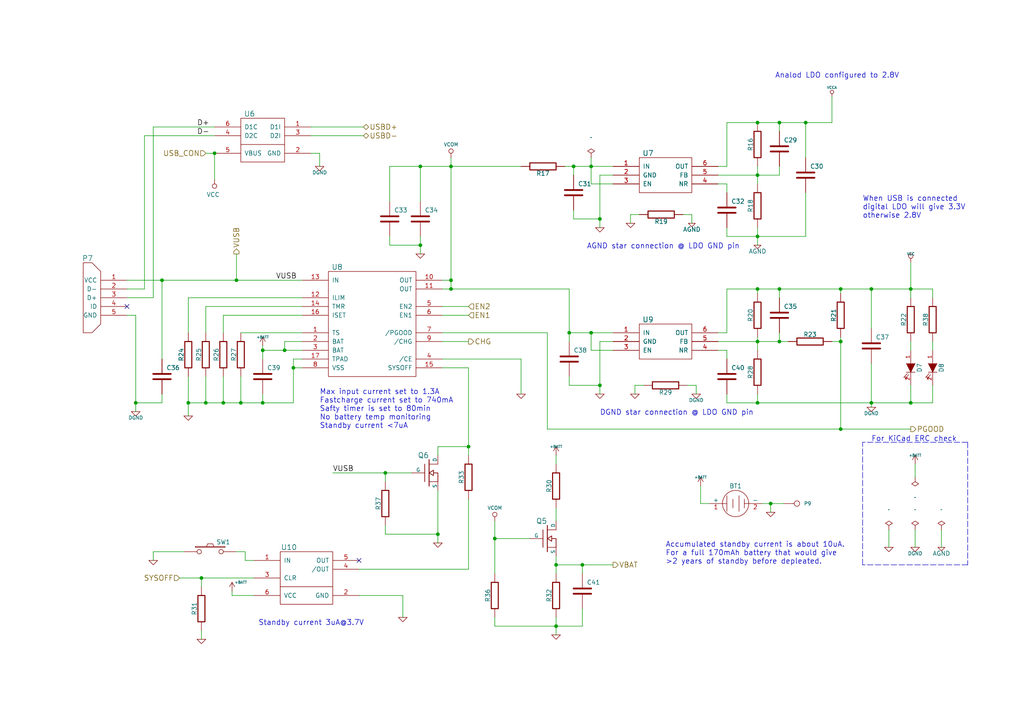
<source format=kicad_sch>
(kicad_sch (version 20211123) (generator eeschema)
  (paper "A4")
  (title_block (title "Crazyflie control board") (date "3 feb 2013") (rev "F") (company "Bitcraze AB (CC BY-NC-SA)"))
  (lib_symbols
    (symbol "Crazyflie-contol-board-rescue:+BATT-power" (power) (pin_names (offset 0))
      (property "Value" "+BATT-power" (at 0 3.556 0))
      (symbol "+BATT-power_0_1"
        (polyline (pts (xy -0.762 1.27) (xy 0 2.54)))
        (polyline (pts (xy 0 0) (xy 0 2.54)))
        (polyline (pts (xy 0 2.54) (xy 0.762 1.27)))
      )
      (symbol "+BATT-power_1_1"
        (pin power_in line (at 0 0 90) (length 0) hide (name "+BATT") (number "1"))
      )
    )
    (symbol "Crazyflie-contol-board-rescue:AGND-Crazyflie-contol-board-rescue" (power) (pin_names (offset 0.254))
      (property "Value" "AGND-Crazyflie-contol-board-rescue" (at 0 -1.778 0))
      (symbol "AGND-Crazyflie-contol-board-rescue_0_1"
        (polyline (pts (xy -1.016 0) (xy 1.016 0) (xy 0 -1.016) (xy -1.016 0)))
      )
      (symbol "AGND-Crazyflie-contol-board-rescue_1_1"
        (pin power_in line (at 0 0 90) (length 0) hide (name "AGND") (number "1"))
      )
    )
    (symbol "Crazyflie-contol-board-rescue:BATTERY-Crazyflie-contol-board-rescue" (pin_names (offset 0))
      (property "Reference" "BT" (at 0 5.08 0))
      (property "Value" "BATTERY-Crazyflie-contol-board-rescue" (at 0 -4.826 0))
      (symbol "BATTERY-Crazyflie-contol-board-rescue_0_1"
        (polyline (pts (xy -2.54 0) (xy -3.81 0)))
        (polyline (pts (xy -2.54 2.286) (xy -2.54 -2.2606)) (stroke (width 0.1524)))
        (polyline (pts (xy -0.7874 1.27) (xy -0.7874 -1.27)) (stroke (width 0.1524)))
        (polyline (pts (xy 0.9906 2.286) (xy 0.9906 -2.2606)) (stroke (width 0.1524)))
        (polyline (pts (xy 2.54 0) (xy 3.81 0)))
        (polyline (pts (xy 2.54 1.27) (xy 2.54 -1.27)) (stroke (width 0.1524)))
        (circle (center 0 0) (radius 3.81) (stroke (width 0.1524)))
      )
      (symbol "BATTERY-Crazyflie-contol-board-rescue_1_1"
        (pin passive line (at -7.62 0 0) (length 3.81) (name "+") (number "1"))
        (pin passive line (at 7.62 0 180) (length 3.81) (name "-") (number "2"))
      )
    )
    (symbol "Crazyflie-contol-board-rescue:BQ24075-Crazyflie-contol-board-rescue" (pin_names (offset 1.016))
      (property "Reference" "U" (at -10.16 16.51 0))
      (property "Value" "BQ24075-Crazyflie-contol-board-rescue" (at -6.35 -16.51 0))
      (symbol "BQ24075-Crazyflie-contol-board-rescue_0_1"
        (rectangle (start -12.7 15.24) (end 12.7 -15.24))
      )
      (symbol "BQ24075-Crazyflie-contol-board-rescue_1_1"
        (pin input line (at -20.32 -2.54 0) (length 7.62) (name "TS") (number "1"))
        (pin power_out line (at 20.32 12.7 180) (length 7.62) (name "OUT") (number "10"))
        (pin passive line (at 20.32 10.16 180) (length 7.62) (name "OUT") (number "11"))
        (pin input line (at -20.32 7.62 0) (length 7.62) (name "ILIM") (number "12"))
        (pin power_in line (at -20.32 12.7 0) (length 7.62) (name "IN") (number "13"))
        (pin input line (at -20.32 5.08 0) (length 7.62) (name "TMR") (number "14"))
        (pin input line (at 20.32 -12.7 180) (length 7.62) (name "SYSOFF") (number "15"))
        (pin input line (at -20.32 2.54 0) (length 7.62) (name "ISET") (number "16"))
        (pin input line (at -20.32 -10.16 0) (length 7.62) (name "TPAD") (number "17"))
        (pin passive line (at -20.32 -5.08 0) (length 7.62) (name "BAT") (number "2"))
        (pin power_in line (at -20.32 -7.62 0) (length 7.62) (name "BAT") (number "3"))
        (pin input line (at 20.32 -10.16 180) (length 7.62) (name "/CE") (number "4"))
        (pin input line (at 20.32 5.08 180) (length 7.62) (name "EN2") (number "5"))
        (pin input line (at 20.32 2.54 180) (length 7.62) (name "EN1") (number "6"))
        (pin output line (at 20.32 -2.54 180) (length 7.62) (name "/PGOOD") (number "7"))
        (pin power_in line (at -20.32 -12.7 0) (length 7.62) (name "VSS") (number "8"))
        (pin output line (at 20.32 -5.08 180) (length 7.62) (name "/CHG") (number "9"))
      )
    )
    (symbol "Crazyflie-contol-board-rescue:C-Crazyflie-contol-board-rescue" (pin_numbers hide) (pin_names (offset 0.254))
      (property "Reference" "C" (at 1.27 2.54 0))
      (property "Value" "C-Crazyflie-contol-board-rescue" (at 1.27 -2.54 0))
      (symbol "C-Crazyflie-contol-board-rescue_0_1"
        (polyline (pts (xy -2.54 -0.762) (xy 2.54 -0.762)) (stroke (width 0.508)))
        (polyline (pts (xy -2.54 0.762) (xy 2.54 0.762)) (stroke (width 0.508)))
      )
      (symbol "C-Crazyflie-contol-board-rescue_1_1"
        (pin passive line (at 0 5.08 270) (length 4.318) (name "~") (number "1"))
        (pin passive line (at 0 -5.08 90) (length 4.318) (name "~") (number "2"))
      )
    )
    (symbol "Crazyflie-contol-board-rescue:CONN_1-Crazyflie-contol-board-rescue" (pin_numbers hide) (pin_names (offset 0.762) hide)
      (property "Reference" "P" (at 2.032 0 0))
      (symbol "CONN_1-Crazyflie-contol-board-rescue_0_1"
        (polyline (pts (xy -0.762 0) (xy -1.27 0)))
        (circle (center 0 0) (radius 0.7874))
      )
      (symbol "CONN_1-Crazyflie-contol-board-rescue_1_1"
        (pin passive line (at -3.81 0 0) (length 2.54) (name "1") (number "1"))
      )
    )
    (symbol "Crazyflie-contol-board-rescue:DGND-Crazyflie-contol-board-rescue" (power) (pin_names (offset 1.016))
      (property "Value" "DGND-Crazyflie-contol-board-rescue" (at 0 -1.778 0))
      (symbol "DGND-Crazyflie-contol-board-rescue_0_1"
        (polyline (pts (xy -1.27 0) (xy 0 -1.27) (xy 1.27 0) (xy -1.27 0)))
      )
      (symbol "DGND-Crazyflie-contol-board-rescue_1_1"
        (pin power_in line (at 0 0 90) (length 0) hide (name "DGND") (number "1"))
      )
    )
    (symbol "Crazyflie-contol-board-rescue:GND-Crazyflie-contol-board-rescue" (power) (pin_names (offset 0))
      (symbol "GND-Crazyflie-contol-board-rescue_0_1"
        (polyline (pts (xy -1.27 0) (xy 0 -1.27) (xy 1.27 0) (xy -1.27 0)))
      )
      (symbol "GND-Crazyflie-contol-board-rescue_1_1"
        (pin power_in line (at 0 0 90) (length 0) hide (name "GND") (number "1"))
      )
    )
    (symbol "Crazyflie-contol-board-rescue:LED-Crazyflie-contol-board-rescue" (pin_names (offset 1.016) hide)
      (property "Reference" "D" (at 0 2.54 0))
      (property "Value" "LED-Crazyflie-contol-board-rescue" (at 0 -2.54 0))
      (symbol "LED-Crazyflie-contol-board-rescue_0_1"
        (polyline (pts (xy 1.27 1.27) (xy 1.27 -1.27)))
        (polyline (pts (xy -1.27 1.27) (xy 1.27 0) (xy -1.27 -1.27)) (fill (type outline)))
        (polyline (pts (xy 1.651 -1.016) (xy 2.794 -2.032) (xy 2.667 -1.397)))
        (polyline (pts (xy 2.032 -0.635) (xy 3.175 -1.651) (xy 3.048 -1.016)))
      )
      (symbol "LED-Crazyflie-contol-board-rescue_1_1"
        (pin passive line (at -5.08 0 0) (length 3.81) (name "A") (number "1"))
        (pin passive line (at 5.08 0 180) (length 3.81) (name "K") (number "2"))
      )
    )
    (symbol "Crazyflie-contol-board-rescue:MAX16054-Crazyflie-contol-board-rescue" (pin_names (offset 1.016))
      (property "Reference" "U" (at -5.08 8.89 0))
      (property "Value" "MAX16054-Crazyflie-contol-board-rescue" (at 0 -8.89 0))
      (symbol "MAX16054-Crazyflie-contol-board-rescue_0_1"
        (rectangle (start -7.62 7.62) (end 7.62 -7.62))
        (polyline (pts (xy -7.62 -2.54) (xy 7.62 -2.54)))
      )
      (symbol "MAX16054-Crazyflie-contol-board-rescue_1_1"
        (pin input line (at -15.24 5.08 0) (length 7.62) (name "IN") (number "1"))
        (pin input line (at 15.24 -5.08 180) (length 7.62) (name "GND") (number "2"))
        (pin input line (at -15.24 0 0) (length 7.62) (name "CLR") (number "3"))
        (pin output line (at 15.24 2.54 180) (length 7.62) (name "/OUT") (number "4"))
        (pin output line (at 15.24 5.08 180) (length 7.62) (name "OUT") (number "5"))
        (pin input line (at -15.24 -5.08 0) (length 7.62) (name "VCC") (number "6"))
      )
    )
    (symbol "Crazyflie-contol-board-rescue:MICRO-B-USB-Crazyflie-contol-board-rescue" (pin_names (offset 1.016))
      (property "Reference" "P" (at -1.27 11.43 0))
      (property "Value" "MICRO-B-USB-Crazyflie-contol-board-rescue" (at -3.81 0 90))
      (symbol "MICRO-B-USB-Crazyflie-contol-board-rescue_0_1"
        (polyline (pts (xy 2.54 0) (xy 2.54 7.62) (xy 0 10.16) (xy -2.54 10.16) (xy -2.54 -10.16) (xy 0 -10.16) (xy 2.54 -7.62) (xy 2.54 0)))
      )
      (symbol "MICRO-B-USB-Crazyflie-contol-board-rescue_1_1"
        (pin power_out line (at 10.16 5.08 180) (length 7.62) (name "VCC") (number "1"))
        (pin bidirectional line (at 10.16 2.54 180) (length 7.62) (name "D-") (number "2"))
        (pin bidirectional line (at 10.16 0 180) (length 7.62) (name "D+") (number "3"))
        (pin bidirectional line (at 10.16 -2.54 180) (length 7.62) (name "ID") (number "4"))
        (pin power_in line (at 10.16 -5.08 180) (length 7.62) (name "GND") (number "5"))
      )
    )
    (symbol "Crazyflie-contol-board-rescue:MOSFET_N-Crazyflie-contol-board-rescue" (pin_numbers hide) (pin_names (offset 0))
      (property "Reference" "Q" (at 0.254 4.318 0))
      (property "Value" "MOSFET_N-Crazyflie-contol-board-rescue" (at 0.254 -3.81 0))
      (symbol "MOSFET_N-Crazyflie-contol-board-rescue_0_1"
        (polyline (pts (xy -1.27 -2.54) (xy -1.27 2.54)) (stroke (width 0.2032)))
        (polyline (pts (xy 0 -3.81) (xy 0 3.81)) (stroke (width 0.254)))
        (polyline (pts (xy 2.54 -2.54) (xy 0 -2.54)))
        (polyline (pts (xy 2.54 2.54) (xy 0 2.54)))
        (polyline (pts (xy 2.54 -2.54) (xy 2.54 0) (xy 1.27 0)) (stroke (width 0.2032)))
        (polyline (pts (xy 1.27 0.762) (xy 1.27 -0.762) (xy 0 0) (xy 1.27 0.762) (xy 1.27 0.762)) (stroke (width 0.2032)))
      )
      (symbol "MOSFET_N-Crazyflie-contol-board-rescue_1_1"
        (pin passive line (at 2.54 5.08 270) (length 2.54) (name "D") (number "D"))
        (pin input line (at -5.08 0 0) (length 3.81) (name "G") (number "G"))
        (pin passive line (at 2.54 -5.08 90) (length 2.54) (name "S") (number "S"))
      )
    )
    (symbol "Crazyflie-contol-board-rescue:NUF2221-Crazyflie-contol-board-rescue" (pin_names (offset 1.016))
      (property "Reference" "U" (at -3.81 6.35 0))
      (property "Value" "NUF2221-Crazyflie-contol-board-rescue" (at 0 -8.89 0))
      (symbol "NUF2221-Crazyflie-contol-board-rescue_0_1"
        (rectangle (start -6.35 5.08) (end 6.35 -7.62))
        (polyline (pts (xy -6.35 -2.54) (xy 6.35 -2.54)))
      )
      (symbol "NUF2221-Crazyflie-contol-board-rescue_1_1"
        (pin input line (at 13.97 2.54 180) (length 7.62) (name "D1I") (number "1"))
        (pin input line (at 13.97 -5.08 180) (length 7.62) (name "GND") (number "2"))
        (pin input line (at 13.97 0 180) (length 7.62) (name "D2I") (number "3"))
        (pin input line (at -13.97 0 0) (length 7.62) (name "D2C") (number "4"))
        (pin input line (at -13.97 -5.08 0) (length 7.62) (name "VBUS") (number "5"))
        (pin input line (at -13.97 2.54 0) (length 7.62) (name "D1C") (number "6"))
      )
    )
    (symbol "Crazyflie-contol-board-rescue:PWR_FLAG-power" (power) (pin_numbers hide) (pin_names (offset 0) hide)
      (property "Value" "PWR_FLAG-power" (at 0 3.81 0))
      (symbol "PWR_FLAG-power_0_0"
        (pin power_out line (at 0 0 90) (length 0) (name "pwr") (number "1"))
      )
      (symbol "PWR_FLAG-power_0_1"
        (polyline (pts (xy 0 0) (xy 0 1.27) (xy -1.016 1.905) (xy 0 2.54) (xy 1.016 1.905) (xy 0 1.27)))
      )
    )
    (symbol "Crazyflie-contol-board-rescue:R-Crazyflie-contol-board-rescue" (pin_numbers hide) (pin_names (offset 0))
      (property "Reference" "R" (at 2.032 0 90))
      (property "Value" "R-Crazyflie-contol-board-rescue" (at 0 0 90))
      (symbol "R-Crazyflie-contol-board-rescue_0_1"
        (rectangle (start -1.016 3.81) (end 1.016 -3.81) (stroke (width 0.3048)))
      )
      (symbol "R-Crazyflie-contol-board-rescue_1_1"
        (pin passive line (at 0 6.35 270) (length 2.54) (name "~") (number "1"))
        (pin passive line (at 0 -6.35 90) (length 2.54) (name "~") (number "2"))
      )
    )
    (symbol "Crazyflie-contol-board-rescue:SW_PUSH-Crazyflie-contol-board-rescue" (pin_numbers hide) (pin_names (offset 1.016) hide)
      (property "Reference" "SW" (at 3.81 2.794 0))
      (property "Value" "SW_PUSH-Crazyflie-contol-board-rescue" (at 0 -2.032 0))
      (symbol "SW_PUSH-Crazyflie-contol-board-rescue_0_1"
        (rectangle (start -4.318 1.27) (end 4.318 1.524))
        (polyline (pts (xy -1.016 1.524) (xy -0.762 2.286) (xy 0.762 2.286) (xy 1.016 1.524)))
        (pin passive inverted (at -7.62 0 0) (length 5.08) (name "1") (number "1"))
        (pin passive inverted (at 7.62 0 180) (length 5.08) (name "2") (number "2"))
      )
    )
    (symbol "Crazyflie-contol-board-rescue:TPS79301-Crazyflie-contol-board-rescue" (pin_names (offset 1.016))
      (property "Reference" "U" (at -6.35 8.89 0))
      (property "Value" "TPS79301-Crazyflie-contol-board-rescue" (at -2.54 6.35 0))
      (symbol "TPS79301-Crazyflie-contol-board-rescue_0_1"
        (rectangle (start -7.62 5.08) (end 7.62 -5.08))
      )
      (symbol "TPS79301-Crazyflie-contol-board-rescue_1_1"
        (pin power_in line (at -15.24 2.54 0) (length 7.62) (name "IN") (number "1"))
        (pin power_in line (at -15.24 0 0) (length 7.62) (name "GND") (number "2"))
        (pin input line (at -15.24 -2.54 0) (length 7.62) (name "EN") (number "3"))
        (pin passive line (at 15.24 -2.54 180) (length 7.62) (name "NR") (number "4"))
        (pin input line (at 15.24 0 180) (length 7.62) (name "FB") (number "5"))
        (pin power_out line (at 15.24 2.54 180) (length 7.62) (name "OUT") (number "6"))
      )
    )
    (symbol "Crazyflie-contol-board-rescue:VCC-power" (power) (pin_names (offset 0))
      (property "Value" "VCC-power" (at 0 3.81 0))
      (symbol "VCC-power_0_1"
        (polyline (pts (xy 0 0) (xy 0 1.27)))
        (circle (center 0 1.905) (radius 0.635))
      )
      (symbol "VCC-power_1_1"
        (pin power_in line (at 0 0 90) (length 0) hide (name "VCC") (number "1"))
      )
    )
    (symbol "Crazyflie-contol-board-rescue:VCCA-Crazyflie-contol-board-rescue" (power) (pin_names (offset 0))
      (property "Value" "VCCA-Crazyflie-contol-board-rescue" (at 0 2.54 0))
      (symbol "VCCA-Crazyflie-contol-board-rescue_0_0"
        (pin power_in line (at 0 0 90) (length 0) hide (name "VCCA") (number "1"))
      )
      (symbol "VCCA-Crazyflie-contol-board-rescue_0_1"
        (polyline (pts (xy 0 0) (xy 0 0.762) (xy 0 0.762)))
        (circle (center 0 1.27) (radius 0.508))
      )
    )
    (symbol "Crazyflie-contol-board-rescue:VCOM-power" (power) (pin_names (offset 0))
      (property "Value" "VCOM-power" (at 0 3.81 0))
      (symbol "VCOM-power_0_1"
        (polyline (pts (xy 0 0) (xy 0 1.27)))
        (circle (center 0 1.905) (radius 0.635))
      )
      (symbol "VCOM-power_1_1"
        (pin power_in line (at 0 0 90) (length 0) hide (name "VCOM") (number "1"))
      )
    )
  )
  (junction (at 219.71 50.8))
  (junction (at 127 154.94))
  (junction (at 59.69 116.84))
  (junction (at 130.81 81.28))
  (junction (at 143.51 156.21))
  (junction (at 243.84 124.46))
  (junction (at 76.2 116.84))
  (junction (at 68.58 81.28))
  (junction (at 46.99 81.28))
  (junction (at 233.68 35.56))
  (junction (at 121.92 48.26))
  (junction (at 173.99 63.5))
  (junction (at 130.81 48.26))
  (junction (at 219.71 68.58))
  (junction (at 252.73 83.82))
  (junction (at 161.29 181.61))
  (junction (at 166.37 48.26))
  (junction (at 54.61 116.84))
  (junction (at 39.37 116.84))
  (junction (at 69.85 116.84))
  (junction (at 111.76 137.16))
  (junction (at 226.06 99.06))
  (junction (at 64.77 116.84))
  (junction (at 219.71 116.84))
  (junction (at 161.29 163.83))
  (junction (at 135.89 129.54))
  (junction (at 226.06 35.56))
  (junction (at 62.23 44.45))
  (junction (at 121.92 71.12))
  (junction (at 219.71 99.06))
  (junction (at 58.42 167.64))
  (junction (at 243.84 99.06))
  (junction (at 264.16 116.84))
  (junction (at 82.55 101.6))
  (junction (at 264.16 83.82))
  (junction (at 243.84 83.82))
  (junction (at 219.71 35.56))
  (junction (at 226.06 83.82))
  (junction (at 171.45 96.52))
  (junction (at 130.81 83.82))
  (junction (at 219.71 83.82))
  (junction (at 171.45 48.26))
  (junction (at 223.52 146.05))
  (junction (at 76.2 101.6))
  (junction (at 165.1 96.52))
  (junction (at 85.09 106.68))
  (junction (at 173.99 111.76))
  (junction (at 252.73 116.84))
  (junction (at 168.91 163.83))
  (no_connect (at 104.14 162.56))
  (no_connect (at 36.83 88.9))
  (wire (pts (xy 219.71 50.8) (xy 219.71 53.34)))
  (wire (pts (xy 161.29 163.83) (xy 161.29 161.29)))
  (polyline (pts (xy 280.67 128.27) (xy 250.19 128.27)))
  (wire (pts (xy 58.42 182.88) (xy 58.42 185.42)))
  (wire (pts (xy 185.42 62.23) (xy 182.88 62.23)))
  (wire (pts (xy 226.06 35.56) (xy 233.68 35.56)))
  (wire (pts (xy 173.99 111.76) (xy 173.99 114.3)))
  (wire (pts (xy 171.45 96.52) (xy 165.1 96.52)))
  (wire (pts (xy 168.91 163.83) (xy 161.29 163.83)))
  (wire (pts (xy 128.27 104.14) (xy 151.13 104.14)))
  (wire (pts (xy 166.37 63.5) (xy 173.99 63.5)))
  (wire (pts (xy 208.28 48.26) (xy 210.82 48.26)))
  (wire (pts (xy 200.66 64.77) (xy 200.66 62.23)))
  (wire (pts (xy 233.68 35.56) (xy 233.68 45.72)))
  (wire (pts (xy 54.61 96.52) (xy 54.61 86.36)))
  (wire (pts (xy 135.89 106.68) (xy 128.27 106.68)))
  (wire (pts (xy 226.06 99.06) (xy 219.71 99.06)))
  (wire (pts (xy 158.75 96.52) (xy 158.75 124.46)))
  (wire (pts (xy 186.69 111.76) (xy 184.15 111.76)))
  (wire (pts (xy 219.71 83.82) (xy 210.82 83.82)))
  (wire (pts (xy 168.91 163.83) (xy 168.91 166.37)))
  (wire (pts (xy 128.27 99.06) (xy 135.89 99.06)))
  (wire (pts (xy 143.51 166.37) (xy 143.51 156.21)))
  (wire (pts (xy 67.31 172.72) (xy 73.66 172.72)))
  (wire (pts (xy 219.71 114.3) (xy 219.71 116.84)))
  (wire (pts (xy 243.84 99.06) (xy 243.84 97.79)))
  (wire (pts (xy 135.89 165.1) (xy 135.89 144.78)))
  (wire (pts (xy 68.58 81.28) (xy 87.63 81.28)))
  (wire (pts (xy 173.99 99.06) (xy 173.99 111.76)))
  (wire (pts (xy 184.15 111.76) (xy 184.15 114.3)))
  (wire (pts (xy 73.66 162.56) (xy 71.12 162.56)))
  (wire (pts (xy 113.03 58.42) (xy 113.03 48.26)))
  (wire (pts (xy 59.69 44.45) (xy 62.23 44.45)))
  (wire (pts (xy 219.71 68.58) (xy 210.82 68.58)))
  (wire (pts (xy 270.51 111.76) (xy 270.51 116.84)))
  (wire (pts (xy 257.81 153.67) (xy 257.81 158.75)))
  (wire (pts (xy 76.2 101.6) (xy 76.2 100.33)))
  (wire (pts (xy 151.13 104.14) (xy 151.13 114.3)))
  (wire (pts (xy 58.42 170.18) (xy 58.42 167.64)))
  (wire (pts (xy 166.37 48.26) (xy 166.37 50.8)))
  (wire (pts (xy 46.99 81.28) (xy 46.99 104.14)))
  (wire (pts (xy 264.16 76.2) (xy 264.16 83.82)))
  (wire (pts (xy 116.84 172.72) (xy 116.84 179.07)))
  (wire (pts (xy 82.55 101.6) (xy 82.55 99.06)))
  (wire (pts (xy 171.45 48.26) (xy 171.45 53.34)))
  (wire (pts (xy 171.45 96.52) (xy 171.45 101.6)))
  (wire (pts (xy 233.68 68.58) (xy 219.71 68.58)))
  (wire (pts (xy 87.63 96.52) (xy 69.85 96.52)))
  (wire (pts (xy 252.73 83.82) (xy 252.73 95.25)))
  (wire (pts (xy 210.82 48.26) (xy 210.82 35.56)))
  (wire (pts (xy 252.73 83.82) (xy 243.84 83.82)))
  (wire (pts (xy 41.91 39.37) (xy 62.23 39.37)))
  (wire (pts (xy 219.71 101.6) (xy 219.71 99.06)))
  (wire (pts (xy 111.76 154.94) (xy 111.76 152.4)))
  (wire (pts (xy 121.92 73.66) (xy 121.92 71.12)))
  (wire (pts (xy 85.09 106.68) (xy 85.09 116.84)))
  (wire (pts (xy 130.81 81.28) (xy 130.81 83.82)))
  (polyline (pts (xy 280.67 163.83) (xy 250.19 163.83)))
  (wire (pts (xy 69.85 116.84) (xy 69.85 109.22)))
  (wire (pts (xy 59.69 109.22) (xy 59.69 116.84)))
  (wire (pts (xy 166.37 60.96) (xy 166.37 63.5)))
  (wire (pts (xy 130.81 48.26) (xy 130.81 81.28)))
  (wire (pts (xy 135.89 91.44) (xy 128.27 91.44)))
  (wire (pts (xy 161.29 181.61) (xy 143.51 181.61)))
  (wire (pts (xy 113.03 71.12) (xy 113.03 68.58)))
  (wire (pts (xy 127 154.94) (xy 127 142.24)))
  (wire (pts (xy 265.43 153.67) (xy 265.43 158.75)))
  (wire (pts (xy 210.82 53.34) (xy 210.82 55.88)))
  (wire (pts (xy 41.91 39.37) (xy 41.91 83.82)))
  (wire (pts (xy 171.45 48.26) (xy 166.37 48.26)))
  (wire (pts (xy 36.83 86.36) (xy 44.45 86.36)))
  (wire (pts (xy 203.2 146.05) (xy 205.74 146.05)))
  (wire (pts (xy 111.76 137.16) (xy 111.76 139.7)))
  (wire (pts (xy 210.82 66.04) (xy 210.82 68.58)))
  (wire (pts (xy 113.03 48.26) (xy 121.92 48.26)))
  (wire (pts (xy 219.71 50.8) (xy 208.28 50.8)))
  (wire (pts (xy 219.71 48.26) (xy 219.71 50.8)))
  (wire (pts (xy 87.63 88.9) (xy 59.69 88.9)))
  (wire (pts (xy 44.45 86.36) (xy 44.45 36.83)))
  (wire (pts (xy 208.28 53.34) (xy 210.82 53.34)))
  (wire (pts (xy 200.66 62.23) (xy 198.12 62.23)))
  (wire (pts (xy 264.16 83.82) (xy 252.73 83.82)))
  (wire (pts (xy 270.51 83.82) (xy 264.16 83.82)))
  (wire (pts (xy 171.45 45.72) (xy 171.45 48.26)))
  (wire (pts (xy 226.06 83.82) (xy 219.71 83.82)))
  (wire (pts (xy 64.77 91.44) (xy 87.63 91.44)))
  (wire (pts (xy 135.89 129.54) (xy 135.89 106.68)))
  (wire (pts (xy 219.71 99.06) (xy 208.28 99.06)))
  (wire (pts (xy 76.2 104.14) (xy 76.2 101.6)))
  (wire (pts (xy 203.2 140.97) (xy 203.2 146.05)))
  (wire (pts (xy 128.27 96.52) (xy 158.75 96.52)))
  (wire (pts (xy 82.55 101.6) (xy 76.2 101.6)))
  (wire (pts (xy 233.68 35.56) (xy 241.3 35.56)))
  (wire (pts (xy 64.77 96.52) (xy 64.77 91.44)))
  (wire (pts (xy 201.93 114.3) (xy 201.93 111.76)))
  (wire (pts (xy 165.1 96.52) (xy 165.1 99.06)))
  (wire (pts (xy 241.3 35.56) (xy 241.3 27.94)))
  (wire (pts (xy 265.43 134.62) (xy 265.43 138.43)))
  (wire (pts (xy 90.17 39.37) (xy 105.41 39.37)))
  (wire (pts (xy 143.51 181.61) (xy 143.51 179.07)))
  (wire (pts (xy 121.92 71.12) (xy 113.03 71.12)))
  (wire (pts (xy 177.8 99.06) (xy 173.99 99.06)))
  (wire (pts (xy 62.23 36.83) (xy 44.45 36.83)))
  (wire (pts (xy 171.45 101.6) (xy 177.8 101.6)))
  (wire (pts (xy 135.89 132.08) (xy 135.89 129.54)))
  (wire (pts (xy 127 157.48) (xy 127 154.94)))
  (wire (pts (xy 54.61 116.84) (xy 54.61 109.22)))
  (wire (pts (xy 270.51 99.06) (xy 270.51 101.6)))
  (wire (pts (xy 64.77 116.84) (xy 64.77 109.22)))
  (wire (pts (xy 227.33 146.05) (xy 223.52 146.05)))
  (wire (pts (xy 85.09 104.14) (xy 87.63 104.14)))
  (wire (pts (xy 46.99 81.28) (xy 36.83 81.28)))
  (wire (pts (xy 264.16 111.76) (xy 264.16 116.84)))
  (wire (pts (xy 166.37 48.26) (xy 163.83 48.26)))
  (wire (pts (xy 219.71 35.56) (xy 226.06 35.56)))
  (wire (pts (xy 270.51 116.84) (xy 264.16 116.84)))
  (wire (pts (xy 111.76 137.16) (xy 96.52 137.16)))
  (wire (pts (xy 39.37 119.38) (xy 39.37 116.84)))
  (wire (pts (xy 130.81 48.26) (xy 151.13 48.26)))
  (wire (pts (xy 85.09 104.14) (xy 85.09 106.68)))
  (wire (pts (xy 210.82 114.3) (xy 210.82 116.84)))
  (wire (pts (xy 53.34 160.02) (xy 44.45 160.02)))
  (wire (pts (xy 243.84 124.46) (xy 243.84 99.06)))
  (wire (pts (xy 119.38 137.16) (xy 111.76 137.16)))
  (wire (pts (xy 219.71 71.12) (xy 219.71 68.58)))
  (wire (pts (xy 135.89 88.9) (xy 128.27 88.9)))
  (wire (pts (xy 165.1 83.82) (xy 165.1 96.52)))
  (wire (pts (xy 252.73 116.84) (xy 252.73 118.11)))
  (wire (pts (xy 165.1 111.76) (xy 165.1 109.22)))
  (wire (pts (xy 226.06 83.82) (xy 226.06 86.36)))
  (wire (pts (xy 228.6 99.06) (xy 226.06 99.06)))
  (wire (pts (xy 130.81 83.82) (xy 165.1 83.82)))
  (wire (pts (xy 161.29 134.62) (xy 161.29 132.08)))
  (wire (pts (xy 219.71 85.09) (xy 219.71 83.82)))
  (polyline (pts (xy 280.67 128.27) (xy 280.67 163.83)))
  (wire (pts (xy 82.55 99.06) (xy 87.63 99.06)))
  (wire (pts (xy 153.67 156.21) (xy 143.51 156.21)))
  (wire (pts (xy 243.84 83.82) (xy 243.84 85.09)))
  (wire (pts (xy 90.17 36.83) (xy 105.41 36.83)))
  (wire (pts (xy 143.51 156.21) (xy 143.51 151.13)))
  (wire (pts (xy 210.82 83.82) (xy 210.82 96.52)))
  (wire (pts (xy 233.68 55.88) (xy 233.68 68.58)))
  (wire (pts (xy 46.99 116.84) (xy 39.37 116.84)))
  (wire (pts (xy 219.71 99.06) (xy 219.71 97.79)))
  (wire (pts (xy 226.06 96.52) (xy 226.06 99.06)))
  (wire (pts (xy 59.69 88.9) (xy 59.69 96.52)))
  (wire (pts (xy 76.2 116.84) (xy 69.85 116.84)))
  (wire (pts (xy 210.82 96.52) (xy 208.28 96.52)))
  (wire (pts (xy 46.99 81.28) (xy 68.58 81.28)))
  (wire (pts (xy 85.09 116.84) (xy 76.2 116.84)))
  (wire (pts (xy 59.69 116.84) (xy 54.61 116.84)))
  (wire (pts (xy 121.92 48.26) (xy 130.81 48.26)))
  (wire (pts (xy 219.71 68.58) (xy 219.71 66.04)))
  (wire (pts (xy 219.71 116.84) (xy 252.73 116.84)))
  (wire (pts (xy 223.52 148.59) (xy 223.52 146.05)))
  (wire (pts (xy 161.29 147.32) (xy 161.29 151.13)))
  (wire (pts (xy 177.8 48.26) (xy 171.45 48.26)))
  (wire (pts (xy 226.06 48.26) (xy 226.06 50.8)))
  (wire (pts (xy 243.84 124.46) (xy 264.16 124.46)))
  (wire (pts (xy 161.29 181.61) (xy 161.29 179.07)))
  (wire (pts (xy 264.16 99.06) (xy 264.16 101.6)))
  (wire (pts (xy 130.81 45.72) (xy 130.81 48.26)))
  (wire (pts (xy 87.63 101.6) (xy 82.55 101.6)))
  (wire (pts (xy 127 154.94) (xy 111.76 154.94)))
  (wire (pts (xy 90.17 44.45) (xy 92.71 44.45)))
  (wire (pts (xy 67.31 171.45) (xy 67.31 172.72)))
  (wire (pts (xy 62.23 44.45) (xy 62.23 52.07)))
  (wire (pts (xy 44.45 160.02) (xy 44.45 162.56)))
  (wire (pts (xy 241.3 99.06) (xy 243.84 99.06)))
  (wire (pts (xy 127 129.54) (xy 135.89 129.54)))
  (wire (pts (xy 104.14 165.1) (xy 135.89 165.1)))
  (wire (pts (xy 273.05 153.67) (xy 273.05 158.75)))
  (wire (pts (xy 171.45 53.34) (xy 177.8 53.34)))
  (wire (pts (xy 173.99 50.8) (xy 173.99 63.5)))
  (wire (pts (xy 54.61 120.65) (xy 54.61 116.84)))
  (wire (pts (xy 64.77 116.84) (xy 59.69 116.84)))
  (wire (pts (xy 173.99 63.5) (xy 173.99 66.04)))
  (wire (pts (xy 130.81 81.28) (xy 128.27 81.28)))
  (wire (pts (xy 161.29 166.37) (xy 161.29 163.83)))
  (wire (pts (xy 68.58 81.28) (xy 68.58 73.66)))
  (wire (pts (xy 208.28 101.6) (xy 210.82 101.6)))
  (wire (pts (xy 128.27 83.82) (xy 130.81 83.82)))
  (wire (pts (xy 177.8 163.83) (xy 168.91 163.83)))
  (wire (pts (xy 182.88 62.23) (xy 182.88 64.77)))
  (wire (pts (xy 201.93 111.76) (xy 199.39 111.76)))
  (wire (pts (xy 252.73 105.41) (xy 252.73 116.84)))
  (wire (pts (xy 210.82 35.56) (xy 219.71 35.56)))
  (wire (pts (xy 121.92 58.42) (xy 121.92 48.26)))
  (wire (pts (xy 243.84 83.82) (xy 226.06 83.82)))
  (wire (pts (xy 161.29 184.15) (xy 161.29 181.61)))
  (wire (pts (xy 87.63 106.68) (xy 85.09 106.68)))
  (wire (pts (xy 73.66 167.64) (xy 58.42 167.64)))
  (wire (pts (xy 71.12 160.02) (xy 68.58 160.02)))
  (wire (pts (xy 226.06 50.8) (xy 219.71 50.8)))
  (wire (pts (xy 210.82 101.6) (xy 210.82 104.14)))
  (wire (pts (xy 158.75 124.46) (xy 243.84 124.46)))
  (wire (pts (xy 71.12 162.56) (xy 71.12 160.02)))
  (wire (pts (xy 46.99 114.3) (xy 46.99 116.84)))
  (wire (pts (xy 58.42 167.64) (xy 52.07 167.64)))
  (wire (pts (xy 226.06 35.56) (xy 226.06 38.1)))
  (wire (pts (xy 69.85 116.84) (xy 64.77 116.84)))
  (wire (pts (xy 168.91 181.61) (xy 168.91 176.53)))
  (wire (pts (xy 76.2 114.3) (xy 76.2 116.84)))
  (wire (pts (xy 264.16 116.84) (xy 252.73 116.84)))
  (wire (pts (xy 270.51 86.36) (xy 270.51 83.82)))
  (wire (pts (xy 39.37 91.44) (xy 36.83 91.44)))
  (wire (pts (xy 127 132.08) (xy 127 129.54)))
  (wire (pts (xy 54.61 86.36) (xy 87.63 86.36)))
  (wire (pts (xy 121.92 71.12) (xy 121.92 68.58)))
  (wire (pts (xy 223.52 146.05) (xy 220.98 146.05)))
  (wire (pts (xy 39.37 91.44) (xy 39.37 116.84)))
  (wire (pts (xy 219.71 116.84) (xy 210.82 116.84)))
  (wire (pts (xy 92.71 44.45) (xy 92.71 48.26)))
  (wire (pts (xy 264.16 83.82) (xy 264.16 86.36)))
  (polyline (pts (xy 250.19 163.83) (xy 250.19 128.27)))
  (wire (pts (xy 177.8 96.52) (xy 171.45 96.52)))
  (wire (pts (xy 41.91 83.82) (xy 36.83 83.82)))
  (wire (pts (xy 177.8 50.8) (xy 173.99 50.8)))
  (wire (pts (xy 173.99 111.76) (xy 165.1 111.76)))
  (wire (pts (xy 168.91 181.61) (xy 161.29 181.61)))
  (wire (pts (xy 104.14 172.72) (xy 116.84 172.72)))
  (text "DGND star connection @ LDO GND pin" (at 173.99 120.65 0) (effects (font (size 1.524 1.524)) (justify left bottom)))
  (text "Accumulated standby current is about 10uA. \nFor a full 170mAh battery that would give \n>2 years of standby before depleated. " (at 193.04 163.83 0) (effects (font (size 1.524 1.524)) (justify left bottom)))
  (text "Max input current set to 1.3A\nFastcharge current set to 740mA\nSafty timer is set to 80min\nNo battery temp monitoring\nStandby current <7uA" (at 92.71 124.46 0) (effects (font (size 1.524 1.524)) (justify left bottom)))
  (text "Analod LDO configured to 2.8V" (at 224.79 22.86 0) (effects (font (size 1.524 1.524)) (justify left bottom)))
  (text "AGND star connection @ LDO GND pin" (at 170.18 72.39 0) (effects (font (size 1.524 1.524)) (justify left bottom)))
  (text "Standby current 3uA@3.7V" (at 74.93 181.61 0) (effects (font (size 1.524 1.524)) (justify left bottom)))
  (text "When USB is connected \ndigital LDO will give 3.3V \notherwise 2.8V" (at 250.19 63.5 0) (effects (font (size 1.524 1.524)) (justify left bottom)))
  (text "For KiCad ERC check" (at 252.73 128.27 0) (effects (font (size 1.524 1.524)) (justify left bottom)))
  (label "D-" (at 57.15 39.37 0) (effects (font (size 1.524 1.524))))
  (label "VUSB" (at 80.01 81.28 0) (effects (font (size 1.524 1.524))))
  (label "VUSB" (at 96.52 137.16 0) (effects (font (size 1.524 1.524))))
  (label "D+" (at 57.15 36.83 0) (effects (font (size 1.524 1.524))))
  (hierarchical_label "SYSOFF" (shape input) (at 52.07 167.64 180) (effects (font (size 1.524 1.524))))
  (hierarchical_label "USBD+" (shape bidirectional) (at 105.41 36.83 0) (effects (font (size 1.524 1.524))))
  (hierarchical_label "VUSB" (shape output) (at 68.58 73.66 90) (effects (font (size 1.524 1.524))))
  (hierarchical_label "PGOOD" (shape output) (at 264.16 124.46 0) (effects (font (size 1.524 1.524))))
  (hierarchical_label "CHG" (shape output) (at 135.89 99.06 0) (effects (font (size 1.524 1.524))))
  (hierarchical_label "EN1" (shape input) (at 135.89 91.44 0) (effects (font (size 1.524 1.524))))
  (hierarchical_label "VBAT" (shape output) (at 177.8 163.83 0) (effects (font (size 1.524 1.524))))
  (hierarchical_label "EN2" (shape input) (at 135.89 88.9 0) (effects (font (size 1.524 1.524))))
  (hierarchical_label "USBD-" (shape bidirectional) (at 105.41 39.37 0) (effects (font (size 1.524 1.524))))
  (hierarchical_label "USB_CON" (shape input) (at 59.69 44.45 180) (effects (font (size 1.524 1.524))))
  (symbol (lib_id "Crazyflie-contol-board-rescue:MICRO-B-USB-Crazyflie-contol-board-rescue") (at 26.67 86.36 0) (unit 1)
    (property "Reference" "P7" (at 25.4 74.93 0) (effects (font (size 1.524 1.524))))
    (property "Field4" "Hirose Connectors" (effects hide))
    (property "Field5" "ZX62-B-5PA(11)" (effects hide))
  )
  (symbol (lib_id "Crazyflie-contol-board-rescue:+BATT-power") (at 76.2 100.33 0) (unit 1)
    (property "Reference" "#PWR085" (effects hide))
  )
  (symbol (lib_id "Crazyflie-contol-board-rescue:NUF2221-Crazyflie-contol-board-rescue") (at 76.2 39.37 0) (unit 1)
    (property "Reference" "U6" (at 72.39 33.02 0) (effects (font (size 1.524 1.524))))
    (property "Field4" "OnSemi" (effects hide))
    (property "Field5" "NUF2221W1T2G" (effects hide))
  )
  (symbol (lib_id "Crazyflie-contol-board-rescue:DGND-Crazyflie-contol-board-rescue") (at 92.71 48.26 0) (unit 1)
    (property "Reference" "#PWR084" (effects hide))
  )
  (symbol (lib_id "Crazyflie-contol-board-rescue:C-Crazyflie-contol-board-rescue") (at 166.37 55.88 0) (unit 1)
    (property "Reference" "C31" (at 167.64 53.34 0) (effects (justify left)))
  )
  (symbol (lib_id "Crazyflie-contol-board-rescue:C-Crazyflie-contol-board-rescue") (at 165.1 104.14 0) (unit 1)
    (property "Reference" "C38" (at 166.37 101.6 0) (effects (justify left)))
  )
  (symbol (lib_id "Crazyflie-contol-board-rescue:C-Crazyflie-contol-board-rescue") (at 252.73 100.33 0) (unit 1)
    (property "Reference" "C37" (at 254 97.79 0) (effects (justify left)))
  )
  (symbol (lib_id "Crazyflie-contol-board-rescue:C-Crazyflie-contol-board-rescue") (at 210.82 109.22 0) (unit 1)
    (property "Reference" "C40" (at 212.09 106.68 0) (effects (justify left)))
    (property "Field4" "General" (effects hide))
    (property "Field5" "X7R, +/-10%, 25V" (effects hide))
  )
  (symbol (lib_id "Crazyflie-contol-board-rescue:C-Crazyflie-contol-board-rescue") (at 210.82 60.96 0) (unit 1)
    (property "Reference" "C32" (at 212.09 58.42 0) (effects (justify left)))
    (property "Field4" "General" (effects hide))
    (property "Field5" "X7R, +/-10, 25V" (effects hide))
  )
  (symbol (lib_id "Crazyflie-contol-board-rescue:C-Crazyflie-contol-board-rescue") (at 233.68 50.8 0) (unit 1)
    (property "Reference" "C30" (at 234.95 48.26 0) (effects (justify left)))
  )
  (symbol (lib_id "Crazyflie-contol-board-rescue:R-Crazyflie-contol-board-rescue") (at 157.48 48.26 270) (unit 1)
    (property "Reference" "R17" (at 157.48 50.292 90))
    (property "Field4" "General" (effects hide))
    (property "Field5" "+/-1%, 0.125W, 50V" (effects hide))
  )
  (symbol (lib_id "Crazyflie-contol-board-rescue:GND-Crazyflie-contol-board-rescue") (at 173.99 66.04 0) (unit 1)
    (property "Reference" "#PWR083" (effects hide))
  )
  (symbol (lib_id "Crazyflie-contol-board-rescue:GND-Crazyflie-contol-board-rescue") (at 173.99 114.3 0) (unit 1)
    (property "Reference" "#PWR082" (effects hide))
  )
  (symbol (lib_id "Crazyflie-contol-board-rescue:GND-Crazyflie-contol-board-rescue") (at 121.92 73.66 0) (unit 1)
    (property "Reference" "#PWR081" (effects hide))
  )
  (symbol (lib_id "Crazyflie-contol-board-rescue:AGND-Crazyflie-contol-board-rescue") (at 219.71 71.12 0) (unit 1)
    (property "Reference" "#PWR080" (effects hide))
  )
  (symbol (lib_id "Crazyflie-contol-board-rescue:DGND-Crazyflie-contol-board-rescue") (at 252.73 118.11 0) (unit 1)
    (property "Reference" "#PWR079" (effects hide))
  )
  (symbol (lib_id "Crazyflie-contol-board-rescue:GND-Crazyflie-contol-board-rescue") (at 182.88 64.77 0) (unit 1)
    (property "Reference" "#PWR078" (effects hide))
  )
  (symbol (lib_id "Crazyflie-contol-board-rescue:AGND-Crazyflie-contol-board-rescue") (at 200.66 64.77 0) (unit 1)
    (property "Reference" "#PWR077" (effects hide))
  )
  (symbol (lib_id "Crazyflie-contol-board-rescue:GND-Crazyflie-contol-board-rescue") (at 184.15 114.3 0) (unit 1)
    (property "Reference" "#PWR076" (effects hide))
  )
  (symbol (lib_id "Crazyflie-contol-board-rescue:DGND-Crazyflie-contol-board-rescue") (at 201.93 114.3 0) (unit 1)
    (property "Reference" "#PWR075" (effects hide))
  )
  (symbol (lib_id "Crazyflie-contol-board-rescue:VCC-power") (at 264.16 76.2 0) (unit 1)
    (property "Reference" "#PWR074" (effects hide))
  )
  (symbol (lib_id "Crazyflie-contol-board-rescue:VCCA-Crazyflie-contol-board-rescue") (at 241.3 27.94 0) (unit 1)
    (property "Reference" "#PWR073" (effects hide))
  )
  (symbol (lib_id "Crazyflie-contol-board-rescue:C-Crazyflie-contol-board-rescue") (at 76.2 109.22 0) (unit 1)
    (property "Reference" "C39" (at 77.47 106.68 0) (effects (justify left)))
    (property "Field4" "General" (effects hide))
    (property "Field5" "X5R, +/-20%, 6.3V" (effects hide))
  )
  (symbol (lib_id "Crazyflie-contol-board-rescue:C-Crazyflie-contol-board-rescue") (at 46.99 109.22 0) (unit 1)
    (property "Reference" "C36" (at 48.26 106.68 0) (effects (justify left)))
  )
  (symbol (lib_id "Crazyflie-contol-board-rescue:R-Crazyflie-contol-board-rescue") (at 54.61 102.87 180) (unit 1)
    (property "Reference" "R24" (at 52.578 102.87 90))
    (property "Field4" "General" (effects hide))
    (property "Field5" "+/-1%, 0.125W, 50V" (effects hide))
  )
  (symbol (lib_id "Crazyflie-contol-board-rescue:R-Crazyflie-contol-board-rescue") (at 64.77 102.87 180) (unit 1)
    (property "Reference" "R26" (at 62.738 102.87 90))
  )
  (symbol (lib_id "Crazyflie-contol-board-rescue:GND-Crazyflie-contol-board-rescue") (at 151.13 114.3 0) (unit 1)
    (property "Reference" "#PWR0103" (effects hide))
  )
  (symbol (lib_id "Crazyflie-contol-board-rescue:R-Crazyflie-contol-board-rescue") (at 69.85 102.87 180) (unit 1)
    (property "Reference" "R27" (at 67.818 102.87 90))
    (property "Field4" "Genaral" (effects hide))
    (property "Field5" "+/-1%, 0.125W, 50V" (effects hide))
  )
  (symbol (lib_id "Crazyflie-contol-board-rescue:R-Crazyflie-contol-board-rescue") (at 161.29 140.97 180) (unit 1)
    (property "Reference" "R30" (at 159.258 140.97 90))
  )
  (symbol (lib_id "Crazyflie-contol-board-rescue:R-Crazyflie-contol-board-rescue") (at 161.29 172.72 180) (unit 1)
    (property "Reference" "R32" (at 159.258 172.72 90))
  )
  (symbol (lib_id "Crazyflie-contol-board-rescue:GND-Crazyflie-contol-board-rescue") (at 161.29 184.15 0) (unit 1)
    (property "Reference" "#PWR071" (effects hide))
  )
  (symbol (lib_id "Crazyflie-contol-board-rescue:C-Crazyflie-contol-board-rescue") (at 168.91 171.45 0) (unit 1)
    (property "Reference" "C41" (at 170.18 168.91 0) (effects (justify left)))
  )
  (symbol (lib_id "Crazyflie-contol-board-rescue:VCOM-power") (at 130.81 45.72 0) (unit 1)
    (property "Reference" "#PWR0102" (effects hide))
  )
  (symbol (lib_id "Crazyflie-contol-board-rescue:C-Crazyflie-contol-board-rescue") (at 121.92 63.5 0) (unit 1)
    (property "Reference" "C34" (at 123.19 60.96 0) (effects (justify left)))
    (property "Field4" "General" (effects hide))
    (property "Field5" "X7R, +/-10% 6.3V" (effects hide))
  )
  (symbol (lib_id "Crazyflie-contol-board-rescue:MAX16054-Crazyflie-contol-board-rescue") (at 88.9 167.64 0) (unit 1)
    (property "Reference" "U10" (at 83.82 158.75 0) (effects (font (size 1.524 1.524))))
    (property "Field4" "Maxim" (effects hide))
    (property "Field5" "MAX16054AZT" (effects hide))
  )
  (symbol (lib_id "Crazyflie-contol-board-rescue:+BATT-power") (at 67.31 171.45 0) (unit 1)
    (property "Reference" "#PWR070" (effects hide))
  )
  (symbol (lib_id "Crazyflie-contol-board-rescue:GND-Crazyflie-contol-board-rescue") (at 116.84 179.07 0) (unit 1)
    (property "Reference" "#PWR069" (effects hide))
  )
  (symbol (lib_id "Crazyflie-contol-board-rescue:SW_PUSH-Crazyflie-contol-board-rescue") (at 60.96 160.02 0) (unit 1)
    (property "Reference" "SW1" (at 64.77 157.226 0))
    (property "Field4" "Omron" (effects hide))
    (property "Field5" "B3U-3000P" (effects hide))
  )
  (symbol (lib_id "Crazyflie-contol-board-rescue:GND-Crazyflie-contol-board-rescue") (at 44.45 162.56 0) (unit 1)
    (property "Reference" "#PWR068" (effects hide))
  )
  (symbol (lib_id "Crazyflie-contol-board-rescue:R-Crazyflie-contol-board-rescue") (at 264.16 92.71 180) (unit 1)
    (property "Reference" "R22" (at 262.128 92.71 90))
    (property "Field4" "General" (effects hide))
    (property "Field5" "+/-1%, 0.125W, 50V" (effects hide))
  )
  (symbol (lib_id "Crazyflie-contol-board-rescue:LED-Crazyflie-contol-board-rescue") (at 264.16 106.68 270) (unit 1)
    (property "Reference" "D7" (at 266.7 106.68 0))
    (property "Field4" "General" (effects hide))
    (property "Field5" "Blue, If:20mA" (effects hide))
  )
  (symbol (lib_id "Crazyflie-contol-board-rescue:R-Crazyflie-contol-board-rescue") (at 58.42 176.53 180) (unit 1)
    (property "Reference" "R31" (at 56.388 176.53 90))
    (property "Field4" "General" (effects hide))
    (property "Field5" "+/-1%, 0.125W, 50V" (effects hide))
  )
  (symbol (lib_id "Crazyflie-contol-board-rescue:GND-Crazyflie-contol-board-rescue") (at 58.42 185.42 0) (unit 1)
    (property "Reference" "#PWR066" (effects hide))
  )
  (symbol (lib_id "Crazyflie-contol-board-rescue:BATTERY-Crazyflie-contol-board-rescue") (at 213.36 146.05 0) (unit 1)
    (property "Reference" "BT1" (at 213.36 140.97 0))
    (property "Field4" "JST" (effects hide))
    (property "Field5" "B2B-ZR" (effects hide))
  )
  (symbol (lib_id "Crazyflie-contol-board-rescue:+BATT-power") (at 203.2 140.97 0) (unit 1)
    (property "Reference" "#PWR065" (effects hide))
  )
  (symbol (lib_id "Crazyflie-contol-board-rescue:GND-Crazyflie-contol-board-rescue") (at 223.52 148.59 0) (unit 1)
    (property "Reference" "#PWR064" (effects hide))
  )
  (symbol (lib_id "Crazyflie-contol-board-rescue:VCOM-power") (at 143.51 151.13 0) (unit 1)
    (property "Reference" "#PWR072" (effects hide))
  )
  (symbol (lib_id "Crazyflie-contol-board-rescue:R-Crazyflie-contol-board-rescue") (at 219.71 91.44 180) (unit 1)
    (property "Reference" "R20" (at 217.678 91.44 90))
    (property "Field4" "General" (effects hide))
    (property "Field5" "+/-1%, 0.125W, 50V" (effects hide))
  )
  (symbol (lib_id "Crazyflie-contol-board-rescue:R-Crazyflie-contol-board-rescue") (at 219.71 107.95 180) (unit 1)
    (property "Reference" "R28" (at 217.678 107.95 90))
  )
  (symbol (lib_id "Crazyflie-contol-board-rescue:R-Crazyflie-contol-board-rescue") (at 234.95 99.06 90) (unit 1)
    (property "Reference" "R23" (at 234.95 97.028 90))
    (property "Field4" "General" (effects hide))
    (property "Field5" "+/-1%, 0.125W, 50V" (effects hide))
  )
  (symbol (lib_id "Crazyflie-contol-board-rescue:C-Crazyflie-contol-board-rescue") (at 226.06 91.44 0) (unit 1)
    (property "Reference" "C35" (at 227.33 88.9 0) (effects (justify left)))
  )
  (symbol (lib_id "Crazyflie-contol-board-rescue:R-Crazyflie-contol-board-rescue") (at 219.71 59.69 180) (unit 1)
    (property "Reference" "R18" (at 217.678 59.69 90))
    (property "Field4" "General" (effects hide))
    (property "Field5" "+/-1%, 0.125W, 50V" (effects hide))
  )
  (symbol (lib_id "Crazyflie-contol-board-rescue:R-Crazyflie-contol-board-rescue") (at 219.71 41.91 180) (unit 1)
    (property "Reference" "R16" (at 217.678 41.91 90))
    (property "Field4" "General" (effects hide))
    (property "Field5" "+/-1%, 0.125W, 50V" (effects hide))
  )
  (symbol (lib_id "Crazyflie-contol-board-rescue:C-Crazyflie-contol-board-rescue") (at 226.06 43.18 0) (unit 1)
    (property "Reference" "C29" (at 227.33 40.64 0) (effects (justify left)))
  )
  (symbol (lib_id "Crazyflie-contol-board-rescue:TPS79301-Crazyflie-contol-board-rescue") (at 193.04 50.8 0) (unit 1)
    (property "Reference" "U7" (at 187.96 44.45 0) (effects (font (size 1.524 1.524))))
  )
  (symbol (lib_id "Crazyflie-contol-board-rescue:TPS79301-Crazyflie-contol-board-rescue") (at 193.04 99.06 0) (unit 1)
    (property "Reference" "U9" (at 187.96 92.71 0) (effects (font (size 1.524 1.524))))
    (property "Field4" "TI" (effects hide))
    (property "Field5" "TPS79301DBVR" (effects hide))
  )
  (symbol (lib_id "Crazyflie-contol-board-rescue:BQ24075-Crazyflie-contol-board-rescue") (at 107.95 93.98 0) (unit 1)
    (property "Reference" "U8" (at 97.79 77.47 0) (effects (font (size 1.524 1.524))))
    (property "Field4" "TI" (effects hide))
    (property "Field5" "BQ24075RGTT" (effects hide))
  )
  (symbol (lib_id "Crazyflie-contol-board-rescue:R-Crazyflie-contol-board-rescue") (at 243.84 91.44 180) (unit 1)
    (property "Reference" "R21" (at 241.808 91.44 90))
    (property "Field4" "General" (effects hide))
    (property "Field5" "+/-1%, 0.125W, 50V" (effects hide))
  )
  (symbol (lib_id "Crazyflie-contol-board-rescue:R-Crazyflie-contol-board-rescue") (at 191.77 62.23 270) (unit 1)
    (property "Reference" "R19" (at 191.77 64.262 90))
  )
  (symbol (lib_id "Crazyflie-contol-board-rescue:R-Crazyflie-contol-board-rescue") (at 193.04 111.76 270) (unit 1)
    (property "Reference" "R29" (at 193.04 113.792 90))
    (property "Field4" "General" (effects hide))
    (property "Field5" "+/-1%, 0.125W, 50V" (effects hide))
  )
  (symbol (lib_id "Crazyflie-contol-board-rescue:GND-Crazyflie-contol-board-rescue") (at 54.61 120.65 0) (unit 1)
    (property "Reference" "#PWR063" (effects hide))
  )
  (symbol (lib_id "Crazyflie-contol-board-rescue:DGND-Crazyflie-contol-board-rescue") (at 39.37 119.38 0) (unit 1)
    (property "Reference" "#PWR062" (effects hide))
  )
  (symbol (lib_id "Crazyflie-contol-board-rescue:C-Crazyflie-contol-board-rescue") (at 113.03 63.5 0) (unit 1)
    (property "Reference" "C33" (at 114.3 60.96 0) (effects (justify left)))
    (property "Field4" "General" (effects hide))
    (property "Field5" "X7R, +/-10%, 25V" (effects hide))
  )
  (symbol (lib_id "Crazyflie-contol-board-rescue:R-Crazyflie-contol-board-rescue") (at 59.69 102.87 180) (unit 1)
    (property "Reference" "R25" (at 57.658 102.87 90))
  )
  (symbol (lib_id "Crazyflie-contol-board-rescue:R-Crazyflie-contol-board-rescue") (at 135.89 138.43 180) (unit 1)
    (property "Reference" "R33" (at 133.858 138.43 90))
    (property "Field4" "Genaral" (effects hide))
    (property "Field5" "+/-1%, 0.125W, 50V" (effects hide))
  )
  (symbol (lib_id "Crazyflie-contol-board-rescue:CONN_1-Crazyflie-contol-board-rescue") (at 231.14 146.05 0) (unit 1)
    (property "Reference" "P9" (at 233.172 146.05 0) (effects (font (size 1.016 1.016)) (justify left)))
  )
  (symbol (lib_id "Crazyflie-contol-board-rescue:MOSFET_N-Crazyflie-contol-board-rescue") (at 158.75 156.21 0) (unit 1)
    (property "Reference" "Q5" (at 158.75 151.13 0) (effects (font (size 1.524 1.524)) (justify right)))
    (property "Field4" "General" (effects hide))
    (property "Field5" "2N7002" (effects hide))
  )
  (symbol (lib_id "Crazyflie-contol-board-rescue:R-Crazyflie-contol-board-rescue") (at 143.51 172.72 180) (unit 1)
    (property "Reference" "R36" (at 141.478 172.72 90))
    (property "Field4" "Genaral" (effects hide))
    (property "Field5" "+/-1%, 0.125W, 50V" (effects hide))
  )
  (symbol (lib_id "Crazyflie-contol-board-rescue:+BATT-power") (at 161.29 132.08 0) (unit 1)
    (property "Reference" "#PWR061" (effects hide))
  )
  (symbol (lib_id "Crazyflie-contol-board-rescue:MOSFET_N-Crazyflie-contol-board-rescue") (at 124.46 137.16 0) (unit 1)
    (property "Reference" "Q6" (at 124.46 132.08 0) (effects (font (size 1.524 1.524)) (justify right)))
    (property "Field4" "General" (effects hide))
    (property "Field5" "2N7002" (effects hide))
  )
  (symbol (lib_id "Crazyflie-contol-board-rescue:GND-Crazyflie-contol-board-rescue") (at 127 157.48 0) (unit 1)
    (property "Reference" "#PWR060" (effects hide))
  )
  (symbol (lib_id "Crazyflie-contol-board-rescue:R-Crazyflie-contol-board-rescue") (at 111.76 146.05 180) (unit 1)
    (property "Reference" "R37" (at 109.728 146.05 90))
    (property "Field4" "Genaral" (effects hide))
    (property "Field5" "+/-1%, 0.125W, 50V" (effects hide))
  )
  (symbol (lib_id "Crazyflie-contol-board-rescue:R-Crazyflie-contol-board-rescue") (at 270.51 92.71 180) (unit 1)
    (property "Reference" "R38" (at 268.478 92.71 90))
    (property "Field4" "General" (effects hide))
    (property "Field5" "+/-1%, 0.125W, 50V" (effects hide))
  )
  (symbol (lib_id "Crazyflie-contol-board-rescue:LED-Crazyflie-contol-board-rescue") (at 270.51 106.68 270) (unit 1)
    (property "Reference" "D8" (at 273.05 106.68 0))
    (property "Field4" "General" (effects hide))
    (property "Field5" "Blue, If:20mA" (effects hide))
  )
  (symbol (lib_id "Crazyflie-contol-board-rescue:DGND-Crazyflie-contol-board-rescue") (at 265.43 158.75 0) (unit 1)
    (property "Reference" "#PWR059" (effects hide))
  )
  (symbol (lib_id "Crazyflie-contol-board-rescue:PWR_FLAG-power") (at 265.43 153.67 0) (unit 1)
    (property "Reference" "#FLG058" (effects hide))
  )
  (symbol (lib_id "Crazyflie-contol-board-rescue:AGND-Crazyflie-contol-board-rescue") (at 273.05 158.75 0) (unit 1)
    (property "Reference" "#PWR057" (effects hide))
  )
  (symbol (lib_id "Crazyflie-contol-board-rescue:PWR_FLAG-power") (at 273.05 153.67 0) (unit 1)
    (property "Reference" "#FLG056" (effects hide))
  )
  (symbol (lib_id "Crazyflie-contol-board-rescue:GND-Crazyflie-contol-board-rescue") (at 257.81 158.75 0) (unit 1)
    (property "Reference" "#PWR055" (effects hide))
  )
  (symbol (lib_id "Crazyflie-contol-board-rescue:PWR_FLAG-power") (at 257.81 153.67 0) (unit 1)
    (property "Reference" "#FLG054" (effects hide))
  )
  (symbol (lib_id "Crazyflie-contol-board-rescue:+BATT-power") (at 265.43 134.62 0) (unit 1)
    (property "Reference" "#PWR053" (effects hide))
  )
  (symbol (lib_id "Crazyflie-contol-board-rescue:PWR_FLAG-power") (at 265.43 138.43 180) (unit 1)
    (property "Reference" "#FLG052" (effects hide))
  )
  (symbol (lib_id "Crazyflie-contol-board-rescue:PWR_FLAG-power") (at 171.45 45.72 0) (unit 1)
    (property "Reference" "#FLG051" (effects hide))
  )
  (symbol (lib_id "Crazyflie-contol-board-rescue:VCC-power") (at 62.23 52.07 180) (unit 1)
    (property "Reference" "#PWR0114" (effects hide))
  )
)
</source>
